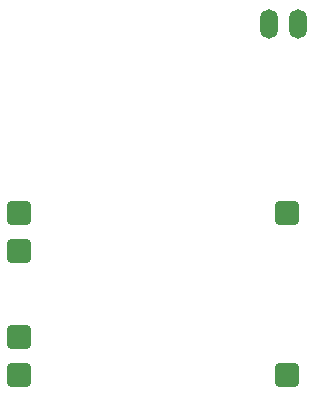
<source format=gbr>
%TF.GenerationSoftware,KiCad,Pcbnew,9.0.2*%
%TF.CreationDate,2025-06-18T17:22:37-04:00*%
%TF.ProjectId,CVISS_IMU_Tracker_Board,43564953-535f-4494-9d55-5f547261636b,rev?*%
%TF.SameCoordinates,Original*%
%TF.FileFunction,Paste,Top*%
%TF.FilePolarity,Positive*%
%FSLAX46Y46*%
G04 Gerber Fmt 4.6, Leading zero omitted, Abs format (unit mm)*
G04 Created by KiCad (PCBNEW 9.0.2) date 2025-06-18 17:22:37*
%MOMM*%
%LPD*%
G01*
G04 APERTURE LIST*
G04 Aperture macros list*
%AMRoundRect*
0 Rectangle with rounded corners*
0 $1 Rounding radius*
0 $2 $3 $4 $5 $6 $7 $8 $9 X,Y pos of 4 corners*
0 Add a 4 corners polygon primitive as box body*
4,1,4,$2,$3,$4,$5,$6,$7,$8,$9,$2,$3,0*
0 Add four circle primitives for the rounded corners*
1,1,$1+$1,$2,$3*
1,1,$1+$1,$4,$5*
1,1,$1+$1,$6,$7*
1,1,$1+$1,$8,$9*
0 Add four rect primitives between the rounded corners*
20,1,$1+$1,$2,$3,$4,$5,0*
20,1,$1+$1,$4,$5,$6,$7,0*
20,1,$1+$1,$6,$7,$8,$9,0*
20,1,$1+$1,$8,$9,$2,$3,0*%
G04 Aperture macros list end*
%ADD10RoundRect,0.300000X-0.700000X-0.700000X0.700000X-0.700000X0.700000X0.700000X-0.700000X0.700000X0*%
%ADD11O,1.500000X2.500000*%
G04 APERTURE END LIST*
D10*
%TO.C,U3*%
X185585000Y-107005000D03*
X185585000Y-120705000D03*
X162885000Y-107005000D03*
X162885000Y-110205000D03*
X162885000Y-117505000D03*
X162885000Y-120705000D03*
%TD*%
D11*
%TO.C,U4*%
X186490000Y-91040000D03*
X183990000Y-91040000D03*
%TD*%
M02*

</source>
